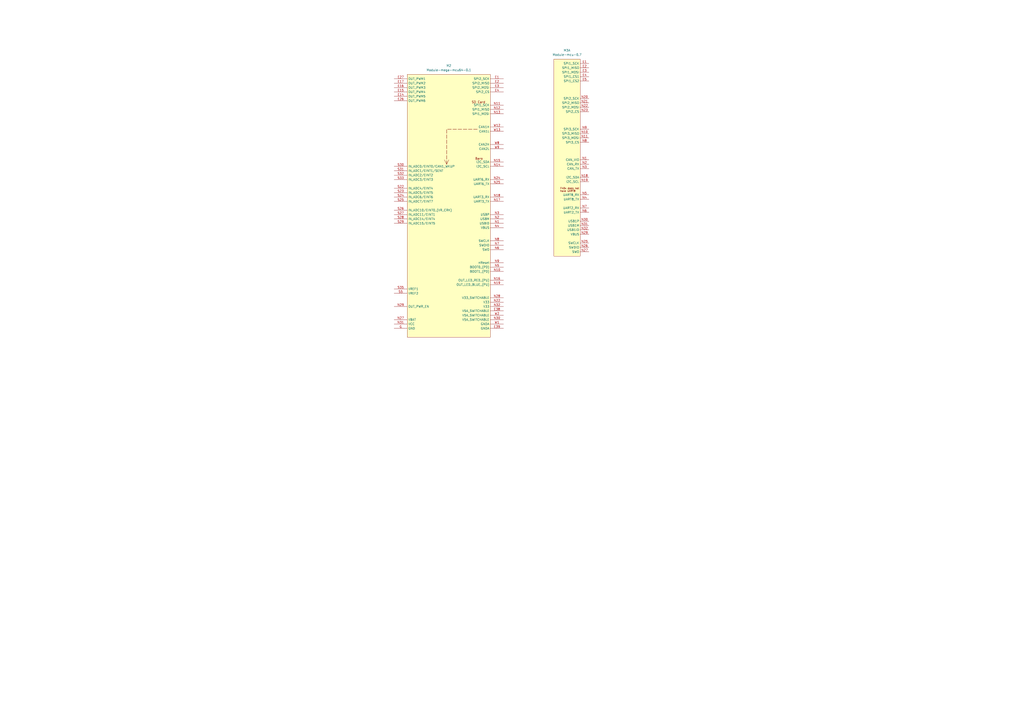
<source format=kicad_sch>
(kicad_sch (version 20231120) (generator "eeschema") (generator_version "8.0")
  (paper "A2")
  (lib_symbols
    (symbol "hellen-one-mcu-0.7:Module-mcu-0.7"
      (property "Reference" "M" (at 0 0 0))
      (property "Value" "Module-mcu-0.7" (at 0 1.524 0))
      (symbol "Module-mcu-0.7_1_0"
        (rectangle (start 15.24 0) (end 0 -114.3) (fill (type background)))
        (text "F40x does not" (at 3.556 -74.93 0) (effects (font (size 1 1)) (justify left)))
        (text "have UART8" (at 3.556 -76.454 0) (effects (font (size 1 1)) (justify left)))
        (pin passive line (at 20.32 -2.54 180) (length 5.08) (name "SPI1_SCK") (number "E1"))
        (pin passive line (at 20.32 -5.08 180) (length 5.08) (name "SPI1_MISO") (number "E2"))
        (pin passive line (at 20.32 -7.62 180) (length 5.08) (name "SPI1_MOSI") (number "E3"))
        (pin passive line (at 20.32 -10.16 180) (length 5.08) (name "SPI1_CS1") (number "E4"))
        (pin passive line (at 20.32 -12.7 180) (length 5.08) (name "SPI1_CS2") (number "E5"))
        (pin passive line (at 20.32 -58.42 180) (length 5.08) (name "CAN_VIO") (number "N1"))
        (pin passive line (at 20.32 -43.18 180) (length 5.08) (name "SPI3_MISO") (number "N10"))
        (pin passive line (at 20.32 -45.72 180) (length 5.08) (name "SPI3_MOSI") (number "N11"))
        (pin passive line (at 20.32 -68.58 180) (length 5.08) (name "I2C_SDA") (number "N18"))
        (pin passive line (at 20.32 -71.12 180) (length 5.08) (name "I2C_SCL") (number "N19"))
        (pin passive line (at 20.32 -60.96 180) (length 5.08) (name "CAN_RX") (number "N2"))
        (pin passive line (at 20.32 -22.86 180) (length 5.08) (name "SPI2_SCK") (number "N20"))
        (pin passive line (at 20.32 -25.4 180) (length 5.08) (name "SPI2_MISO") (number "N21"))
        (pin passive line (at 20.32 -27.94 180) (length 5.08) (name "SPI2_MOSI") (number "N22"))
        (pin passive line (at 20.32 -30.48 180) (length 5.08) (name "SPI2_CS") (number "N23"))
        (pin passive line (at 20.32 -106.68 180) (length 5.08) (name "SWCLK") (number "N25"))
        (pin passive line (at 20.32 -109.22 180) (length 5.08) (name "SWDIO") (number "N26"))
        (pin passive line (at 20.32 -111.76 180) (length 5.08) (name "SWO") (number "N27"))
        (pin passive line (at 20.32 -101.6 180) (length 5.08) (name "VBUS") (number "N29"))
        (pin passive line (at 20.32 -63.5 180) (length 5.08) (name "CAN_TX") (number "N3"))
        (pin passive line (at 20.32 -93.98 180) (length 5.08) (name "USB1P") (number "N30"))
        (pin passive line (at 20.32 -96.52 180) (length 5.08) (name "USB1M") (number "N31"))
        (pin passive line (at 20.32 -99.06 180) (length 5.08) (name "USB1ID") (number "N32"))
        (pin passive line (at 20.32 -81.28 180) (length 5.08) (name "UART8_TX") (number "N4"))
        (pin passive line (at 20.32 -78.74 180) (length 5.08) (name "UART8_RX") (number "N5"))
        (pin passive line (at 20.32 -88.9 180) (length 5.08) (name "UART2_TX") (number "N6"))
        (pin passive line (at 20.32 -86.36 180) (length 5.08) (name "UART2_RX") (number "N7"))
        (pin passive line (at 20.32 -48.26 180) (length 5.08) (name "SPI3_CS") (number "N8"))
        (pin passive line (at 20.32 -40.64 180) (length 5.08) (name "SPI3_SCK") (number "N9"))
      )
      (symbol "Module-mcu-0.7_2_0"
        (rectangle (start 15.24 0) (end 0 -109.22) (fill (type background)))
        (pin passive line (at 20.32 -99.06 180) (length 5.08) (name "OUT_IO10") (number "E10"))
        (pin passive line (at 20.32 -96.52 180) (length 5.08) (name "OUT_IO9") (number "E11"))
        (pin passive line (at 20.32 -78.74 180) (length 5.08) (name "OUT_IO2") (number "E12"))
        (pin passive line (at 20.32 -104.14 180) (length 5.08) (name "OUT_IO12") (number "E13"))
        (pin passive line (at 20.32 -55.88 180) (length 5.08) (name "OUT_PWM2") (number "E14"))
        (pin passive line (at 20.32 -58.42 180) (length 5.08) (name "OUT_PWM3") (number "E15"))
        (pin passive line (at 20.32 -60.96 180) (length 5.08) (name "OUT_PWM4") (number "E16"))
        (pin passive line (at 20.32 -63.5 180) (length 5.08) (name "OUT_PWM5") (number "E17"))
        (pin passive line (at 20.32 -66.04 180) (length 5.08) (name "OUT_PWM6") (number "E18"))
        (pin passive line (at 20.32 -68.58 180) (length 5.08) (name "OUT_PWM7") (number "E19"))
        (pin passive line (at 20.32 -101.6 180) (length 5.08) (name "OUT_IO11") (number "E20"))
        (pin passive line (at 20.32 -91.44 180) (length 5.08) (name "OUT_IO7") (number "E21"))
        (pin passive line (at 20.32 -93.98 180) (length 5.08) (name "OUT_IO8") (number "E22"))
        (pin passive line (at 20.32 -83.82 180) (length 5.08) (name "OUT_IO4") (number "E23"))
        (pin passive line (at 20.32 -106.68 180) (length 5.08) (name "OUT_IO13") (number "E24"))
        (pin passive line (at 20.32 -30.48 180) (length 5.08) (name "OUT_INJ1") (number "E25"))
        (pin passive line (at 20.32 -33.02 180) (length 5.08) (name "OUT_INJ2") (number "E26"))
        (pin passive line (at 20.32 -53.34 180) (length 5.08) (name "OUT_PWM1") (number "E27"))
        (pin passive line (at 20.32 -71.12 180) (length 5.08) (name "OUT_PWM8") (number "E28"))
        (pin passive line (at 20.32 -35.56 180) (length 5.08) (name "OUT_INJ3") (number "E29"))
        (pin passive line (at 20.32 -38.1 180) (length 5.08) (name "OUT_INJ4") (number "E30"))
        (pin passive line (at 20.32 -40.64 180) (length 5.08) (name "OUT_INJ5") (number "E31"))
        (pin passive line (at 20.32 -43.18 180) (length 5.08) (name "OUT_INJ6") (number "E32"))
        (pin passive line (at 20.32 -45.72 180) (length 5.08) (name "OUT_INJ7") (number "E33"))
        (pin passive line (at 20.32 -48.26 180) (length 5.08) (name "OUT_INJ8") (number "E34"))
        (pin passive line (at 20.32 -81.28 180) (length 5.08) (name "OUT_IO3") (number "E6"))
        (pin passive line (at 20.32 -86.36 180) (length 5.08) (name "OUT_IO5") (number "E7"))
        (pin passive line (at 20.32 -76.2 180) (length 5.08) (name "OUT_IO1") (number "E8"))
        (pin passive line (at 20.32 -88.9 180) (length 5.08) (name "OUT_IO6") (number "E9"))
        (pin passive line (at 20.32 -2.54 180) (length 5.08) (name "OUT_IGN1") (number "W1"))
        (pin passive line (at 20.32 -5.08 180) (length 5.08) (name "OUT_IGN2") (number "W2"))
        (pin passive line (at 20.32 -7.62 180) (length 5.08) (name "OUT_IGN3") (number "W3"))
        (pin passive line (at 20.32 -10.16 180) (length 5.08) (name "OUT_IGN4") (number "W4"))
        (pin passive line (at 20.32 -12.7 180) (length 5.08) (name "OUT_IGN5") (number "W5"))
        (pin passive line (at 20.32 -15.24 180) (length 5.08) (name "OUT_IGN6") (number "W6"))
        (pin passive line (at 20.32 -17.78 180) (length 5.08) (name "OUT_IGN7") (number "W7"))
        (pin passive line (at 20.32 -20.32 180) (length 5.08) (name "OUT_IGN8") (number "W8"))
      )
      (symbol "Module-mcu-0.7_3_0"
        (rectangle (start 15.24 0) (end 0 -96.52) (fill (type background)))
        (text "E0" (at 13.208 -53.34 0) (effects (font (size 1.1 1.1) (italic yes))))
        (text "E0" (at 13.208 -43.18 0) (effects (font (size 1.1 1.1) (italic yes))))
        (text "E0" (at 13.462 -25.4 0) (effects (font (size 1.1 1.1) (italic yes))))
        (text "E1" (at 13.208 -45.72 0) (effects (font (size 1.1 1.1) (italic yes))))
        (text "E1" (at 13.462 -27.94 0) (effects (font (size 1.1 1.1) (italic yes))))
        (text "E1" (at 13.97 -2.54 0) (effects (font (size 1.1 1.1) (italic yes))))
        (text "E10" (at 13.208 -35.56 0) (effects (font (size 1.1 1.1) (italic yes))))
        (text "E11" (at 13.462 -7.62 0) (effects (font (size 1.1 1.1) (italic yes))))
        (text "E12" (at 12.954 -86.36 0) (effects (font (size 1.1 1.1) (italic yes))))
        (text "E13" (at 12.954 -88.9 0) (effects (font (size 1.1 1.1) (italic yes))))
        (text "E14" (at 12.954 -91.44 0) (effects (font (size 1.1 1.1) (italic yes))))
        (text "E15" (at 12.954 -93.98 0) (effects (font (size 1.1 1.1) (italic yes))))
        (text "E2" (at 13.208 -48.26 0) (effects (font (size 1.1 1.1) (italic yes))))
        (text "E2" (at 13.462 -20.066 0) (effects (font (size 1.1 1.1) (italic yes))))
        (text "E3" (at 13.208 -66.04 0) (effects (font (size 1.1 1.1) (italic yes))))
        (text "E3" (at 13.462 -17.78 0) (effects (font (size 1.1 1.1) (italic yes))))
        (text "E3" (at 13.462 -15.24 0) (effects (font (size 1.1 1.1) (italic yes))))
        (text "E4" (at 13.208 -68.58 0) (effects (font (size 1.1 1.1) (italic yes))))
        (text "E4" (at 13.208 -55.88 0) (effects (font (size 1.1 1.1) (italic yes))))
        (text "E4" (at 13.462 -12.7 0) (effects (font (size 1.1 1.1) (italic yes))))
        (text "E5" (at 13.208 -81.28 0) (effects (font (size 1.1 1.1) (italic yes))))
        (text "E5" (at 13.208 -71.12 0) (effects (font (size 1.1 1.1) (italic yes))))
        (text "E5" (at 13.208 -58.42 0) (effects (font (size 1.1 1.1) (italic yes))))
        (text "E6" (at 13.208 -73.66 0) (effects (font (size 1.1 1.1) (italic yes))))
        (text "E6" (at 13.716 -5.08 0) (effects (font (size 1.1 1.1) (italic yes))))
        (text "E7" (at 13.208 -78.74 0) (effects (font (size 1.1 1.1) (italic yes))))
        (text "E7" (at 13.208 -60.96 0) (effects (font (size 1.1 1.1) (italic yes))))
        (text "E8" (at 13.462 -38.1 0) (effects (font (size 1.1 1.1) (italic yes))))
        (text "E9" (at 13.462 -33.02 0) (effects (font (size 1.1 1.1) (italic yes))))
        (pin passive line (at -5.08 -71.12 0) (length 5.08) (name "IN_DIG6") (number "S10"))
        (pin passive line (at -5.08 -73.66 0) (length 5.08) (name "IN_DIG7") (number "S11"))
        (pin passive line (at -5.08 -78.74 0) (length 5.08) (name "IN_KNOCK") (number "S12"))
        (pin passive line (at -5.08 -2.54 0) (length 5.08) (name "IN_AN_DIG1") (number "S13"))
        (pin passive line (at -5.08 -7.62 0) (length 5.08) (name "IN_AN_DIG3") (number "S14"))
        (pin passive line (at -5.08 -5.08 0) (length 5.08) (name "IN_AN_DIG2") (number "S15"))
        (pin passive line (at -5.08 -25.4 0) (length 5.08) (name "IN_O2S") (number "S16"))
        (pin passive line (at -5.08 -12.7 0) (length 5.08) (name "IN_TPS") (number "S17"))
        (pin passive line (at -5.08 -20.32 0) (length 5.08) (name "IN_CLT") (number "S18"))
        (pin passive line (at -5.08 -17.78 0) (length 5.08) (name "IN_IAT") (number "S19"))
        (pin passive line (at -5.08 -43.18 0) (length 5.08) (name "IN_MAP1") (number "S20"))
        (pin passive line (at -5.08 -45.72 0) (length 5.08) (name "IN_MAP2") (number "S21"))
        (pin passive line (at -5.08 -48.26 0) (length 5.08) (name "IN_MAP3") (number "S22"))
        (pin passive line (at -5.08 -38.1 0) (length 5.08) (name "IN_DIG3") (number "S23"))
        (pin passive line (at -5.08 -53.34 0) (length 5.08) (name "IN_AUX1") (number "S24"))
        (pin passive line (at -5.08 -55.88 0) (length 5.08) (name "IN_AUX2") (number "S25"))
        (pin passive line (at -5.08 -58.42 0) (length 5.08) (name "IN_AUX3") (number "S26"))
        (pin passive line (at -5.08 -60.96 0) (length 5.08) (name "IN_AUX4") (number "S27"))
        (pin passive line (at -5.08 -33.02 0) (length 5.08) (name "IN_DIG1") (number "S28"))
        (pin passive line (at -5.08 -15.24 0) (length 5.08) (name "IN_PPS") (number "S29"))
        (pin passive line (at -5.08 -86.36 0) (length 5.08) (name "IN_DIG8") (number "S3"))
        (pin passive line (at -5.08 -27.94 0) (length 5.08) (name "IN_O2S2") (number "S30"))
        (pin passive line (at -5.08 -35.56 0) (length 5.08) (name "IN_DIG2") (number "S31"))
        (pin passive line (at -5.08 -88.9 0) (length 5.08) (name "IN_DIG9") (number "S4"))
        (pin passive line (at -5.08 -91.44 0) (length 5.08) (name "IN_DIG10") (number "S5"))
        (pin passive line (at -5.08 -93.98 0) (length 5.08) (name "IN_DIG11") (number "S6"))
        (pin passive line (at -5.08 -81.28 0) (length 5.08) (name "VIGN") (number "S7"))
        (pin passive line (at -5.08 -66.04 0) (length 5.08) (name "IN_DIG4") (number "S8"))
        (pin passive line (at -5.08 -68.58 0) (length 5.08) (name "IN_DIG5") (number "S9"))
      )
      (symbol "Module-mcu-0.7_4_0"
        (rectangle (start 0 0) (end 35.56 -38.1) (fill (type background)))
        (text "E10" (at 28.448 -33.02 0) (effects (font (size 1.1 1.1) (italic yes))))
        (text "E10" (at 28.448 -20.32 0) (effects (font (size 1.1 1.1) (italic yes))))
        (text "E15" (at 28.448 -30.48 0) (effects (font (size 1.1 1.1) (italic yes))))
        (text "E15" (at 28.448 -25.4 0) (effects (font (size 1.1 1.1) (italic yes))))
        (text "E2" (at 27.94 -35.56 0) (effects (font (size 1.1 1.1) (italic yes))))
        (text "E2" (at 27.94 -15.24 0) (effects (font (size 1.1 1.1) (italic yes))))
        (text "E7" (at 27.94 -17.78 0) (effects (font (size 1.1 1.1) (italic yes))))
        (text "E8" (at 27.94 -27.94 0) (effects (font (size 1.1 1.1) (italic yes))))
        (text "E9" (at 27.94 -22.86 0) (effects (font (size 1.1 1.1) (italic yes))))
        (pin passive line (at 40.64 -15.24 180) (length 5.08) (name "IO1") (number "N12"))
        (pin passive line (at 40.64 -17.78 180) (length 5.08) (name "IO2") (number "N13"))
        (pin passive line (at 40.64 -20.32 180) (length 5.08) (name "IO3") (number "N14"))
        (pin passive line (at 40.64 -22.86 180) (length 5.08) (name "IO4") (number "N15"))
        (pin passive line (at -5.08 -10.16 0) (length 5.08) (name "V33") (number "N16"))
        (pin passive line (at 40.64 -10.16 180) (length 5.08) (name "VBAT") (number "N17"))
        (pin passive line (at 40.64 -2.54 180) (length 5.08) (name "nReset") (number "N24"))
        (pin passive line (at 40.64 -5.08 180) (length 5.08) (name "BOOT0") (number "N28"))
        (pin passive line (at 40.64 -35.56 180) (length 5.08) (name "IO9") (number "N33"))
        (pin passive line (at 40.64 -27.94 180) (length 5.08) (name "IO6") (number "N34"))
        (pin passive line (at 40.64 -30.48 180) (length 5.08) (name "IO7") (number "N35"))
        (pin passive line (at 40.64 -33.02 180) (length 5.08) (name "IO8") (number "N36"))
        (pin passive line (at 40.64 -25.4 180) (length 5.08) (name "IO5") (number "N37"))
        (pin passive line (at -5.08 -2.54 0) (length 5.08) (name "V5") (number "S1"))
        (pin passive line (at -5.08 -22.86 0) (length 5.08) (name "GND") (number "S2"))
        (pin passive line (at -5.08 -20.32 0) (length 5.08) (name "GNDA") (number "S32"))
        (pin passive line (at -5.08 -17.78 0) (length 5.08) (name "V5A") (number "S33"))
        (pin passive line (at -5.08 -12.7 0) (length 5.08) (name "IGN_V33") (number "W10"))
        (pin passive line (at -5.08 -5.08 0) (length 5.08) (name "IGN_V5") (number "W9"))
      )
    )
    (symbol "hellen-one-mega-mcu64-0.1:Module-mega-mcu64-0.1"
      (property "Reference" "M1000" (at 8.89 3.81 0))
      (property "Value" "Module-mega-mcu64-0.1" (at 0 0 0))
      (symbol "Module-mega-mcu64-0.1_1_0"
        (rectangle (start 7.62 2.54) (end 55.88 -149.86) (fill (type background)))
        (text "Baro" (at 46.99 -46.99 0) (effects (font (size 1.27 1.27)) (justify left bottom)))
        (text "SD Card" (at 44.958 -14.224 0) (effects (font (size 1.27 1.27)) (justify left bottom)))
        (pin passive line (at 63.5 0 180) (length 7.62) (name "SPI2_SCK") (number "E1"))
        (pin passive line (at 0 -10.16 0) (length 7.62) (name "OUT_PWM5") (number "E14"))
        (pin passive line (at 0 -7.62 0) (length 7.62) (name "OUT_PWM4") (number "E15"))
        (pin passive line (at 0 -5.08 0) (length 7.62) (name "OUT_PWM3") (number "E16"))
        (pin passive line (at 0 -2.54 0) (length 7.62) (name "OUT_PWM2") (number "E17"))
        (pin passive line (at 63.5 -2.54 180) (length 7.62) (name "SPI2_MISO") (number "E2"))
        (pin passive line (at 0 -12.7 0) (length 7.62) (name "OUT_PWM6") (number "E26"))
        (pin passive line (at 0 0 0) (length 7.62) (name "OUT_PWM1") (number "E27"))
        (pin passive line (at 63.5 -5.08 180) (length 7.62) (name "SPI2_MOSI") (number "E3"))
        (pin passive line (at 63.5 -134.62 180) (length 7.62) (name "V5A_SWITCHABLE") (number "E38"))
        (pin passive line (at 63.5 -144.78 180) (length 7.62) (name "GNDA") (number "E39"))
        (pin passive line (at 63.5 -7.62 180) (length 7.62) (name "SPI2_CS") (number "E4"))
        (pin passive line (at 0 -144.78 0) (length 7.62) (name "GND") (number "G"))
        (pin passive line (at 63.5 -83.82 180) (length 7.62) (name "USBID") (number "N1"))
        (pin passive line (at 63.5 -111.76 180) (length 7.62) (name "BOOT1_(PD)") (number "N10"))
        (pin passive line (at 63.5 -15.24 180) (length 7.62) (name "SPI1_SCK") (number "N11"))
        (pin passive line (at 63.5 -17.78 180) (length 7.62) (name "SPI1_MISO") (number "N12"))
        (pin passive line (at 63.5 -20.32 180) (length 7.62) (name "SPI1_MOSI") (number "N13"))
        (pin passive line (at 63.5 -50.8 180) (length 7.62) (name "I2C_SCL") (number "N14"))
        (pin passive line (at 63.5 -48.26 180) (length 7.62) (name "I2C_SDA") (number "N15"))
        (pin passive line (at 63.5 -116.84 180) (length 7.62) (name "OUT_LED_RED_(PU)") (number "N16"))
        (pin passive line (at 63.5 -71.12 180) (length 7.62) (name "UART3_TX") (number "N17"))
        (pin passive line (at 63.5 -68.58 180) (length 7.62) (name "UART3_RX") (number "N18"))
        (pin passive line (at 63.5 -119.38 180) (length 7.62) (name "OUT_LED_BLUE_(PU)") (number "N19"))
        (pin passive line (at 63.5 -81.28 180) (length 7.62) (name "USBM") (number "N2"))
        (pin passive line (at 63.5 -129.54 180) (length 7.62) (name "V33") (number "N22"))
        (pin passive line (at 63.5 -58.42 180) (length 7.62) (name "UART6_RX") (number "N24"))
        (pin passive line (at 63.5 -60.96 180) (length 7.62) (name "UART6_TX") (number "N25"))
        (pin passive line (at 0 -139.7 0) (length 7.62) (name "VBAT") (number "N27"))
        (pin passive line (at 63.5 -127 180) (length 7.62) (name "V33_SWITCHABLE") (number "N28"))
        (pin passive line (at 0 -132.08 0) (length 7.62) (name "OUT_PWR_EN") (number "N29"))
        (pin passive line (at 63.5 -78.74 180) (length 7.62) (name "USBP") (number "N3"))
        (pin passive line (at 63.5 -139.7 180) (length 7.62) (name "V5A_SWITCHABLE") (number "N30"))
        (pin passive line (at 0 -142.24 0) (length 7.62) (name "VCC") (number "N31"))
        (pin passive line (at 63.5 -132.08 180) (length 7.62) (name "V33") (number "N32"))
        (pin passive line (at 63.5 -86.36 180) (length 7.62) (name "VBUS") (number "N4"))
        (pin passive line (at 63.5 -109.22 180) (length 7.62) (name "BOOT0_(PD)") (number "N5"))
        (pin passive line (at 63.5 -99.06 180) (length 7.62) (name "SWO") (number "N6"))
        (pin passive line (at 63.5 -96.52 180) (length 7.62) (name "SWDIO") (number "N7"))
        (pin passive line (at 63.5 -93.98 180) (length 7.62) (name "SWCLK") (number "N8"))
        (pin passive line (at 63.5 -106.68 180) (length 7.62) (name "nReset") (number "N9"))
        (pin passive line (at 0 -63.5 0) (length 7.62) (name "IN_ADC4/EINT4") (number "S22"))
        (pin passive line (at 0 -66.04 0) (length 7.62) (name "IN_ADC5/EINT5") (number "S23"))
        (pin passive line (at 0 -68.58 0) (length 7.62) (name "IN_ADC6/EINT6") (number "S24"))
        (pin passive line (at 0 -71.12 0) (length 7.62) (name "IN_ADC7/EINT7") (number "S25"))
        (pin passive line (at 0 -76.2 0) (length 7.62) (name "IN_ADC10/EINT0_(VR_CRK)") (number "S26"))
        (pin passive line (at 0 -78.74 0) (length 7.62) (name "IN_ADC11/EINT1") (number "S27"))
        (pin passive line (at 0 -81.28 0) (length 7.62) (name "IN_ADC14/EINT4") (number "S28"))
        (pin passive line (at 0 -83.82 0) (length 7.62) (name "IN_ADC15/EINT5") (number "S29"))
        (pin passive line (at 0 -50.8 0) (length 7.62) (name "IN_ADC0/EINT0/CAN1_WKUP") (number "S30"))
        (pin passive line (at 0 -53.34 0) (length 7.62) (name "IN_ADC1/EINT1/SENT") (number "S31"))
        (pin passive line (at 0 -55.88 0) (length 7.62) (name "IN_ADC2/EINT2") (number "S32"))
        (pin passive line (at 0 -58.42 0) (length 7.62) (name "IN_ADC3/EINT3") (number "S33"))
        (pin passive line (at 0 -121.92 0) (length 7.62) (name "VREF1") (number "S35"))
        (pin passive line (at 0 -124.46 0) (length 7.62) (name "VREF2") (number "S5"))
        (pin passive line (at 63.5 -142.24 180) (length 7.62) (name "GNDA") (number "W1"))
        (pin passive line (at 63.5 -27.94 180) (length 7.62) (name "CAN1H") (number "W12"))
        (pin passive line (at 63.5 -30.48 180) (length 7.62) (name "CAN1L") (number "W13"))
        (pin passive line (at 63.5 -137.16 180) (length 7.62) (name "V5A_SWITCHABLE") (number "W2"))
        (pin passive line (at 63.5 -38.1 180) (length 7.62) (name "CAN2H") (number "W8"))
        (pin passive line (at 63.5 -40.64 180) (length 7.62) (name "CAN2L") (number "W9"))
      )
      (symbol "Module-mega-mcu64-0.1_1_1"
        (polyline (pts (xy 30.48 -49.53) (xy 29.21 -46.99)))
        (polyline (pts (xy 30.48 -49.53) (xy 31.75 -46.99)))
        (polyline (pts (xy 48.26 -29.21) (xy 30.48 -29.21) (xy 30.48 -49.53)) (stroke (width 0.2) (type dash)))
      )
    )
  )
  (symbol (lib_id "hellen-one-mcu-0.7:Module-mcu-0.7") (at 321.31 34.29 0) (unit 1)
    (property "Reference" "M3" (at 328.93 29.21 0))
    (property "Value" "Module-mcu-0.7" (at 328.93 31.75 0))
    (property "Footprint" "hellen-one-mcu-0.7:mcu" (effects (hide yes)))
    (property "Description" "Hellen One MCU Module" (effects (hide yes)))
  )
  (symbol (lib_id "hellen-one-mega-mcu64-0.1:Module-mega-mcu64-0.1") (at 228.6 45.72 0) (unit 1)
    (property "Reference" "M2" (at 260.35 38.1 0))
    (property "Value" "Module-mega-mcu64-0.1" (at 260.35 40.64 0))
    (property "Footprint" "hellen-one-mega-mcu64-0.1:mega-mcu64" (effects (hide yes)))
  )
)
</source>
